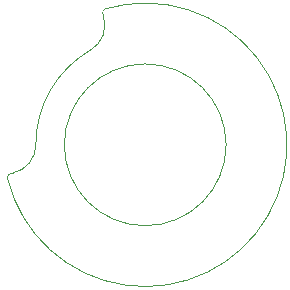
<source format=gbr>
%TF.GenerationSoftware,KiCad,Pcbnew,7.0.10*%
%TF.CreationDate,2024-05-01T04:54:26-07:00*%
%TF.ProjectId,bbsolderingTest,6262736f-6c64-4657-9269-6e6754657374,rev?*%
%TF.SameCoordinates,Original*%
%TF.FileFunction,Profile,NP*%
%FSLAX46Y46*%
G04 Gerber Fmt 4.6, Leading zero omitted, Abs format (unit mm)*
G04 Created by KiCad (PCBNEW 7.0.10) date 2024-05-01 04:54:26*
%MOMM*%
%LPD*%
G01*
G04 APERTURE LIST*
%TA.AperFunction,Profile*%
%ADD10C,0.100000*%
%TD*%
G04 APERTURE END LIST*
D10*
X-4631250Y8021560D02*
G75*
G03*
X-9262500Y0I4631250J-8021560D01*
G01*
X-3541519Y10915004D02*
X-3594511Y11071338D01*
X-11385315Y-2422733D02*
G75*
G03*
X-11656876Y-2849075I68430J-343244D01*
G01*
X-11223430Y-2390458D02*
G75*
G03*
X-9262500Y0I-476574J2390461D01*
G01*
X-4631250Y8021561D02*
G75*
G03*
X-3541520Y10915004I-1218747J2110934D01*
G01*
X-11385315Y-2422732D02*
X-11223430Y-2390458D01*
X-3361068Y11519689D02*
G75*
G03*
X-3594511Y11071338I98020J-335985D01*
G01*
X-11656878Y-2849075D02*
G75*
G03*
X-3361068Y11519689I11656877J2849075D01*
G01*
X6850000Y0D02*
G75*
G03*
X-6850000Y0I-6850000J0D01*
G01*
X-6850000Y0D02*
G75*
G03*
X6850000Y0I6850000J0D01*
G01*
M02*

</source>
